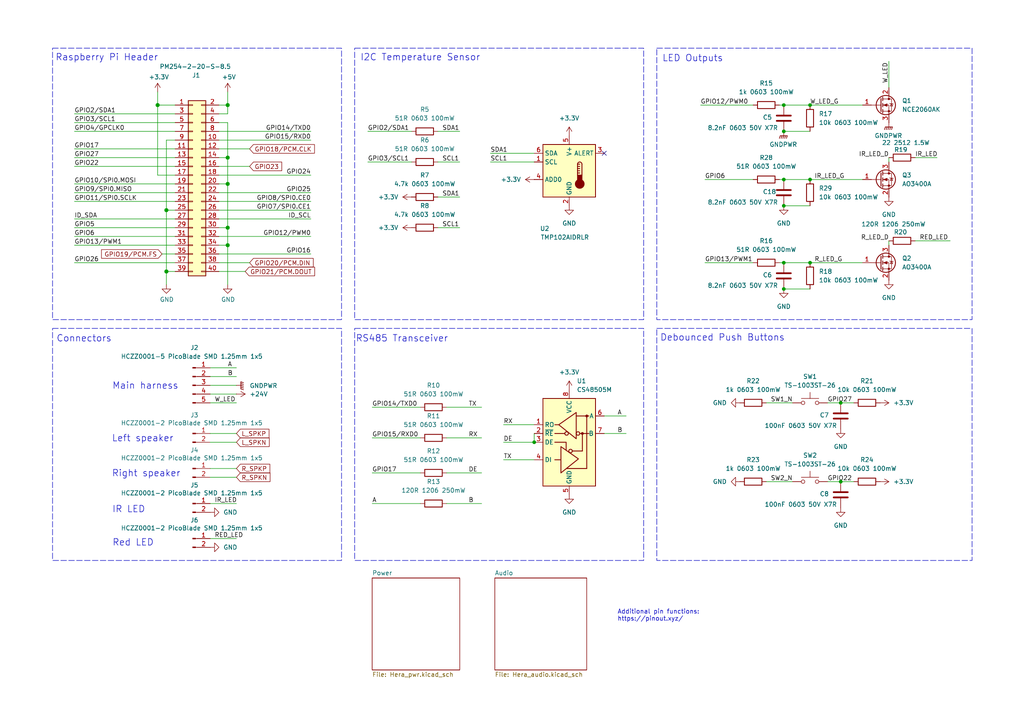
<source format=kicad_sch>
(kicad_sch (version 20231120) (generator "eeschema") (generator_version "8.0")
  (paper "A4")
  (title_block (date "15 nov 2012"))
  (lib_symbols
    (symbol "+3.3V_1" (power) (pin_numbers hide) (pin_names (offset 0) hide)
      (property "Value" "+3.3V" (at 0 3.556 0))
      (symbol "+3.3V_1_1_1"
        (pin power_in line (at 0 0 90) (length 0) (name "~") (number "1"))
      )
    )
    (symbol "+3.3V_2" (power) (pin_numbers hide) (pin_names (offset 0) hide)
      (property "Value" "+3.3V" (at 0 3.556 0))
      (symbol "+3.3V_2_1_1"
        (pin power_in line (at 0 0 90) (length 0) (name "~") (number "1"))
      )
    )
    (symbol "+3.3V_3" (power) (pin_numbers hide) (pin_names (offset 0) hide)
      (property "Value" "+3.3V" (at 0 3.556 0))
      (symbol "+3.3V_3_1_1"
        (pin power_in line (at 0 0 90) (length 0) (name "~") (number "1"))
      )
    )
    (symbol "+3.3V_5" (power) (pin_numbers hide) (pin_names (offset 0) hide)
      (property "Value" "+3.3V" (at 0 3.556 0))
      (symbol "+3.3V_5_1_1"
        (pin power_in line (at 0 0 90) (length 0) (name "~") (number "1"))
      )
    )
    (symbol "+3.3V_6" (power) (pin_numbers hide) (pin_names (offset 0) hide)
      (property "Value" "+3.3V" (at 0 3.556 0))
      (symbol "+3.3V_6_1_1"
        (pin power_in line (at 0 0 90) (length 0) (name "~") (number "1"))
      )
    )
    (symbol "+3.3V_7" (power) (pin_numbers hide) (pin_names (offset 0) hide)
      (property "Value" "+3.3V" (at 0 3.556 0))
      (symbol "+3.3V_7_1_1"
        (pin power_in line (at 0 0 90) (length 0) (name "~") (number "1"))
      )
    )
    (symbol "Connector:Conn_01x02_Pin" (pin_names (offset 1.016) hide)
      (property "Reference" "J" (at 0 2.54 0))
      (property "Value" "Conn_01x02_Pin" (at 0 -5.08 0))
      (symbol "Conn_01x02_Pin_1_1"
        (pin passive line (at 5.08 0 180) (length 3.81) (name "Pin_1") (number "1"))
        (pin passive line (at 5.08 -2.54 180) (length 3.81) (name "Pin_2") (number "2"))
      )
    )
    (symbol "Connector:Conn_01x05_Pin" (pin_names (offset 1.016) hide)
      (property "Reference" "J" (at 0 7.62 0))
      (property "Value" "Conn_01x05_Pin" (at 0 -7.62 0))
      (symbol "Conn_01x05_Pin_1_1"
        (pin passive line (at 5.08 5.08 180) (length 3.81) (name "Pin_1") (number "1"))
        (pin passive line (at 5.08 2.54 180) (length 3.81) (name "Pin_2") (number "2"))
        (pin passive line (at 5.08 0 180) (length 3.81) (name "Pin_3") (number "3"))
        (pin passive line (at 5.08 -2.54 180) (length 3.81) (name "Pin_4") (number "4"))
        (pin passive line (at 5.08 -5.08 180) (length 3.81) (name "Pin_5") (number "5"))
      )
    )
    (symbol "Connector_Generic:Conn_02x20_Odd_Even" (pin_names (offset 1.016) hide)
      (property "Reference" "J" (at 1.27 25.4 0))
      (property "Value" "Conn_02x20_Odd_Even" (at 1.27 -27.94 0))
      (symbol "Conn_02x20_Odd_Even_1_1"
        (pin passive line (at -5.08 22.86 0) (length 3.81) (name "Pin_1") (number "1"))
        (pin passive line (at 7.62 12.7 180) (length 3.81) (name "Pin_10") (number "10"))
        (pin passive line (at -5.08 10.16 0) (length 3.81) (name "Pin_11") (number "11"))
        (pin passive line (at 7.62 10.16 180) (length 3.81) (name "Pin_12") (number "12"))
        (pin passive line (at -5.08 7.62 0) (length 3.81) (name "Pin_13") (number "13"))
        (pin passive line (at 7.62 7.62 180) (length 3.81) (name "Pin_14") (number "14"))
        (pin passive line (at -5.08 5.08 0) (length 3.81) (name "Pin_15") (number "15"))
        (pin passive line (at 7.62 5.08 180) (length 3.81) (name "Pin_16") (number "16"))
        (pin passive line (at -5.08 2.54 0) (length 3.81) (name "Pin_17") (number "17"))
        (pin passive line (at 7.62 2.54 180) (length 3.81) (name "Pin_18") (number "18"))
        (pin passive line (at -5.08 0 0) (length 3.81) (name "Pin_19") (number "19"))
        (pin passive line (at 7.62 22.86 180) (length 3.81) (name "Pin_2") (number "2"))
        (pin passive line (at 7.62 0 180) (length 3.81) (name "Pin_20") (number "20"))
        (pin passive line (at -5.08 -2.54 0) (length 3.81) (name "Pin_21") (number "21"))
        (pin passive line (at 7.62 -2.54 180) (length 3.81) (name "Pin_22") (number "22"))
        (pin passive line (at -5.08 -5.08 0) (length 3.81) (name "Pin_23") (number "23"))
        (pin passive line (at 7.62 -5.08 180) (length 3.81) (name "Pin_24") (number "24"))
        (pin passive line (at -5.08 -7.62 0) (length 3.81) (name "Pin_25") (number "25"))
        (pin passive line (at 7.62 -7.62 180) (length 3.81) (name "Pin_26") (number "26"))
        (pin passive line (at -5.08 -10.16 0) (length 3.81) (name "Pin_27") (number "27"))
        (pin passive line (at 7.62 -10.16 180) (length 3.81) (name "Pin_28") (number "28"))
        (pin passive line (at -5.08 -12.7 0) (length 3.81) (name "Pin_29") (number "29"))
        (pin passive line (at -5.08 20.32 0) (length 3.81) (name "Pin_3") (number "3"))
        (pin passive line (at 7.62 -12.7 180) (length 3.81) (name "Pin_30") (number "30"))
        (pin passive line (at -5.08 -15.24 0) (length 3.81) (name "Pin_31") (number "31"))
        (pin passive line (at 7.62 -15.24 180) (length 3.81) (name "Pin_32") (number "32"))
        (pin passive line (at -5.08 -17.78 0) (length 3.81) (name "Pin_33") (number "33"))
        (pin passive line (at 7.62 -17.78 180) (length 3.81) (name "Pin_34") (number "34"))
        (pin passive line (at -5.08 -20.32 0) (length 3.81) (name "Pin_35") (number "35"))
        (pin passive line (at 7.62 -20.32 180) (length 3.81) (name "Pin_36") (number "36"))
        (pin passive line (at -5.08 -22.86 0) (length 3.81) (name "Pin_37") (number "37"))
        (pin passive line (at 7.62 -22.86 180) (length 3.81) (name "Pin_38") (number "38"))
        (pin passive line (at -5.08 -25.4 0) (length 3.81) (name "Pin_39") (number "39"))
        (pin passive line (at 7.62 20.32 180) (length 3.81) (name "Pin_4") (number "4"))
        (pin passive line (at 7.62 -25.4 180) (length 3.81) (name "Pin_40") (number "40"))
        (pin passive line (at -5.08 17.78 0) (length 3.81) (name "Pin_5") (number "5"))
        (pin passive line (at 7.62 17.78 180) (length 3.81) (name "Pin_6") (number "6"))
        (pin passive line (at -5.08 15.24 0) (length 3.81) (name "Pin_7") (number "7"))
        (pin passive line (at 7.62 15.24 180) (length 3.81) (name "Pin_8") (number "8"))
        (pin passive line (at -5.08 12.7 0) (length 3.81) (name "Pin_9") (number "9"))
      )
    )
    (symbol "Device:C" (pin_numbers hide) (pin_names (offset 0.254))
      (property "Reference" "C" (at 0.635 2.54 0))
      (property "Value" "C" (at 0.635 -2.54 0))
      (symbol "C_1_1"
        (pin passive line (at 0 3.81 270) (length 2.794) (name "~") (number "1"))
        (pin passive line (at 0 -3.81 90) (length 2.794) (name "~") (number "2"))
      )
    )
    (symbol "Device:R" (pin_numbers hide) (pin_names (offset 0))
      (property "Reference" "R" (at 2.032 0 90))
      (property "Value" "R" (at 0 0 90))
      (symbol "R_1_1"
        (pin passive line (at 0 3.81 270) (length 1.27) (name "~") (number "1"))
        (pin passive line (at 0 -3.81 90) (length 1.27) (name "~") (number "2"))
      )
    )
    (symbol "GND_1" (power) (pin_numbers hide) (pin_names (offset 0) hide)
      (property "Value" "GND" (at 0 -3.81 0))
      (symbol "GND_1_1_1"
        (pin power_in line (at 0 0 270) (length 0) (name "~") (number "1"))
      )
    )
    (symbol "GND_10" (power) (pin_numbers hide) (pin_names (offset 0) hide)
      (property "Value" "GND" (at 0 -3.81 0))
      (symbol "GND_10_1_1"
        (pin power_in line (at 0 0 270) (length 0) (name "~") (number "1"))
      )
    )
    (symbol "GND_11" (power) (pin_numbers hide) (pin_names (offset 0) hide)
      (property "Value" "GND" (at 0 -3.81 0))
      (symbol "GND_11_1_1"
        (pin power_in line (at 0 0 270) (length 0) (name "~") (number "1"))
      )
    )
    (symbol "GND_12" (power) (pin_numbers hide) (pin_names (offset 0) hide)
      (property "Value" "GND" (at 0 -3.81 0))
      (symbol "GND_12_1_1"
        (pin power_in line (at 0 0 270) (length 0) (name "~") (number "1"))
      )
    )
    (symbol "GND_13" (power) (pin_numbers hide) (pin_names (offset 0) hide)
      (property "Value" "GND" (at 0 -3.81 0))
      (symbol "GND_13_1_1"
        (pin power_in line (at 0 0 270) (length 0) (name "~") (number "1"))
      )
    )
    (symbol "GND_3" (power) (pin_numbers hide) (pin_names (offset 0) hide)
      (property "Value" "GND" (at 0 -3.81 0))
      (symbol "GND_3_1_1"
        (pin power_in line (at 0 0 270) (length 0) (name "~") (number "1"))
      )
    )
    (symbol "GND_4" (power) (pin_numbers hide) (pin_names (offset 0) hide)
      (property "Value" "GND" (at 0 -3.81 0))
      (symbol "GND_4_1_1"
        (pin power_in line (at 0 0 270) (length 0) (name "~") (number "1"))
      )
    )
    (symbol "Interface_UART:MAX3485"
      (property "Reference" "U" (at -6.985 13.97 0))
      (property "Value" "MAX3485" (at 1.905 13.97 0))
      (symbol "MAX3485_1_1"
        (pin output line (at -10.16 5.08 0) (length 2.54) (name "RO") (number "1"))
        (pin input line (at -10.16 2.54 0) (length 2.54) (name "~{RE}") (number "2"))
        (pin input line (at -10.16 0 0) (length 2.54) (name "DE") (number "3"))
        (pin input line (at -10.16 -5.08 0) (length 2.54) (name "DI") (number "4"))
        (pin power_in line (at 0 -15.24 90) (length 2.54) (name "GND") (number "5"))
        (pin bidirectional line (at 10.16 7.62 180) (length 2.54) (name "A") (number "6"))
        (pin bidirectional line (at 10.16 2.54 180) (length 2.54) (name "B") (number "7"))
        (pin power_in line (at 0 15.24 270) (length 2.54) (name "VCC") (number "8"))
      )
    )
    (symbol "Sensor_Temperature:TMP102xxDRL"
      (property "Reference" "U" (at -2.54 10.795 0))
      (property "Value" "TMP102xxDRL" (at -2.54 8.89 0))
      (symbol "TMP102xxDRL_1_1"
        (pin input line (at -10.16 2.54 0) (length 2.54) (name "SCL") (number "1"))
        (pin power_in line (at 0 -10.16 90) (length 2.54) (name "GND") (number "2"))
        (pin open_collector line (at 10.16 5.08 180) (length 2.54) (name "ALERT") (number "3"))
        (pin input line (at -10.16 -2.54 0) (length 2.54) (name "ADD0") (number "4"))
        (pin power_in line (at 0 10.16 270) (length 2.54) (name "V+") (number "5"))
        (pin bidirectional line (at -10.16 5.08 0) (length 2.54) (name "SDA") (number "6"))
      )
    )
    (symbol "Switch:SW_Push" (pin_numbers hide) (pin_names (offset 1.016) hide)
      (property "Reference" "SW" (at 1.27 2.54 0))
      (property "Value" "SW_Push" (at 0 -1.524 0))
      (symbol "SW_Push_0_1"
        (pin passive line (at -5.08 0 0) (length 2.54) (name "1") (number "1"))
        (pin passive line (at 5.08 0 180) (length 2.54) (name "2") (number "2"))
      )
    )
    (symbol "Transistor_FET:AO3400A" (pin_names hide)
      (property "Reference" "Q" (at 5.08 1.905 0))
      (property "Value" "AO3400A" (at 5.08 0 0))
      (symbol "AO3400A_1_1"
        (pin input line (at -5.08 0 0) (length 2.54) (name "G") (number "1"))
        (pin passive line (at 2.54 -5.08 90) (length 2.54) (name "S") (number "2"))
        (pin passive line (at 2.54 5.08 270) (length 2.54) (name "D") (number "3"))
      )
    )
    (symbol "Transistor_FET:STD7NK40Z" (pin_names hide)
      (property "Reference" "Q" (at 5.08 1.905 0))
      (property "Value" "STD7NK40Z" (at 5.08 0 0))
      (symbol "STD7NK40Z_1_1"
        (pin passive line (at -5.08 0 0) (length 2.54) (name "G") (number "1"))
        (pin passive line (at 2.54 5.08 270) (length 2.54) (name "D") (number "2"))
        (pin passive line (at 2.54 -5.08 90) (length 2.54) (name "S") (number "3"))
      )
    )
    (symbol "power:+24V" (power) (pin_numbers hide) (pin_names (offset 0) hide)
      (property "Value" "+24V" (at 0 3.556 0))
      (symbol "+24V_1_1"
        (pin power_in line (at 0 0 90) (length 0) (name "~") (number "1"))
      )
    )
    (symbol "power:+3.3V" (power) (pin_names (offset 0))
      (property "Value" "+3.3V" (at 0 3.556 0))
      (symbol "+3.3V_1_1"
        (pin power_in line (at 0 0 90) (length 0) hide (name "+3V3") (number "1"))
      )
    )
    (symbol "power:+5V" (power) (pin_names (offset 0))
      (property "Value" "+5V" (at 0 3.556 0))
      (symbol "+5V_1_1"
        (pin power_in line (at 0 0 90) (length 0) hide (name "+5V") (number "1"))
      )
    )
    (symbol "power:GND" (power) (pin_names (offset 0))
      (property "Value" "GND" (at 0 -3.81 0))
      (symbol "GND_1_1"
        (pin power_in line (at 0 0 270) (length 0) hide (name "GND") (number "1"))
      )
    )
    (symbol "power:GNDPWR" (power) (pin_numbers hide) (pin_names (offset 0) hide)
      (property "Value" "GNDPWR" (at 0 -3.302 0))
      (symbol "GNDPWR_1_1"
        (pin power_in line (at 0 0 270) (length 0) (name "~") (number "1"))
      )
    )
  )
  (junction (at 66.04 66.04) (diameter 1.016))
  (junction (at 45.72 30.48) (diameter 1.016))
  (junction (at 227.33 52.07))
  (junction (at 227.33 30.48))
  (junction (at 66.04 71.12) (diameter 1.016))
  (junction (at 154.94 128.27))
  (junction (at 234.95 30.48))
  (junction (at 234.95 52.07))
  (junction (at 48.26 60.96) (diameter 1.016))
  (junction (at 227.33 83.82))
  (junction (at 66.04 53.34) (diameter 1.016))
  (junction (at 66.04 45.72) (diameter 1.016))
  (junction (at 234.95 76.2))
  (junction (at 243.84 139.7))
  (junction (at 227.33 76.2))
  (junction (at 243.84 116.84))
  (junction (at 227.33 59.69))
  (junction (at 227.33 38.1))
  (junction (at 48.26 78.74) (diameter 1.016))
  (junction (at 66.04 30.48) (diameter 1.016))
  (no_connect (at 175.26 44.45))
  (wire (pts (xy 48.26 60.96) (xy 48.26 78.74)))
  (wire (pts (xy 63.5 60.96) (xy 90.17 60.96)))
  (wire (pts (xy 226.06 52.07) (xy 227.33 52.07)))
  (wire (pts (xy 50.8 43.18) (xy 21.59 43.18)))
  (wire (pts (xy 66.04 35.56) (xy 66.04 45.72)))
  (wire (pts (xy 68.58 114.3) (xy 60.96 114.3)))
  (wire (pts (xy 66.04 53.34) (xy 63.5 53.34)))
  (wire (pts (xy 107.95 127) (xy 121.92 127)))
  (wire (pts (xy 66.04 66.04) (xy 66.04 71.12)))
  (wire (pts (xy 60.96 138.43) (xy 68.58 138.43)))
  (wire (pts (xy 204.47 76.2) (xy 218.44 76.2)))
  (wire (pts (xy 257.81 69.85) (xy 257.81 71.12)))
  (wire (pts (xy 107.95 146.05) (xy 121.92 146.05)))
  (wire (pts (xy 66.04 53.34) (xy 66.04 66.04)))
  (wire (pts (xy 146.05 123.19) (xy 154.94 123.19)))
  (wire (pts (xy 240.03 116.84) (xy 243.84 116.84)))
  (wire (pts (xy 240.03 139.7) (xy 243.84 139.7)))
  (wire (pts (xy 63.5 38.1) (xy 90.17 38.1)))
  (wire (pts (xy 48.26 40.64) (xy 48.26 60.96)))
  (wire (pts (xy 257.81 45.72) (xy 257.81 46.99)))
  (wire (pts (xy 129.54 127) (xy 139.7 127)))
  (wire (pts (xy 48.26 40.64) (xy 50.8 40.64)))
  (wire (pts (xy 106.68 38.1) (xy 119.38 38.1)))
  (wire (pts (xy 63.5 58.42) (xy 90.17 58.42)))
  (wire (pts (xy 204.47 52.07) (xy 218.44 52.07)))
  (wire (pts (xy 50.8 63.5) (xy 21.59 63.5)))
  (wire (pts (xy 21.59 66.04) (xy 50.8 66.04)))
  (wire (pts (xy 127 66.04) (xy 133.35 66.04)))
  (wire (pts (xy 234.95 30.48) (xy 250.19 30.48)))
  (wire (pts (xy 234.95 52.07) (xy 250.19 52.07)))
  (wire (pts (xy 106.68 46.99) (xy 119.38 46.99)))
  (wire (pts (xy 48.26 60.96) (xy 50.8 60.96)))
  (wire (pts (xy 60.96 125.73) (xy 68.58 125.73)))
  (wire (pts (xy 227.33 30.48) (xy 234.95 30.48)))
  (wire (pts (xy 107.95 137.16) (xy 121.92 137.16)))
  (wire (pts (xy 63.5 48.26) (xy 72.39 48.26)))
  (wire (pts (xy 222.25 116.84) (xy 229.87 116.84)))
  (wire (pts (xy 63.5 78.74) (xy 71.12 78.74)))
  (wire (pts (xy 48.26 78.74) (xy 48.26 82.55)))
  (wire (pts (xy 21.59 45.72) (xy 50.8 45.72)))
  (wire (pts (xy 127 57.15) (xy 133.35 57.15)))
  (wire (pts (xy 107.95 118.11) (xy 121.92 118.11)))
  (wire (pts (xy 226.06 76.2) (xy 227.33 76.2)))
  (wire (pts (xy 45.72 26.67) (xy 45.72 30.48)))
  (wire (pts (xy 175.26 120.65) (xy 181.61 120.65)))
  (wire (pts (xy 129.54 118.11) (xy 139.7 118.11)))
  (wire (pts (xy 129.54 146.05) (xy 139.7 146.05)))
  (wire (pts (xy 66.04 71.12) (xy 63.5 71.12)))
  (wire (pts (xy 127 38.1) (xy 133.35 38.1)))
  (wire (pts (xy 21.59 35.56) (xy 50.8 35.56)))
  (wire (pts (xy 21.59 58.42) (xy 50.8 58.42)))
  (wire (pts (xy 45.72 50.8) (xy 50.8 50.8)))
  (wire (pts (xy 50.8 33.02) (xy 21.59 33.02)))
  (wire (pts (xy 227.33 76.2) (xy 234.95 76.2)))
  (wire (pts (xy 66.04 30.48) (xy 66.04 33.02)))
  (wire (pts (xy 60.96 116.84) (xy 68.58 116.84)))
  (wire (pts (xy 146.05 133.35) (xy 154.94 133.35)))
  (wire (pts (xy 66.04 45.72) (xy 66.04 53.34)))
  (wire (pts (xy 63.5 43.18) (xy 72.39 43.18)))
  (wire (pts (xy 66.04 45.72) (xy 63.5 45.72)))
  (wire (pts (xy 222.25 139.7) (xy 229.87 139.7)))
  (wire (pts (xy 60.96 106.68) (xy 68.58 106.68)))
  (wire (pts (xy 203.2 30.48) (xy 218.44 30.48)))
  (wire (pts (xy 66.04 26.67) (xy 66.04 30.48)))
  (wire (pts (xy 21.59 38.1) (xy 50.8 38.1)))
  (wire (pts (xy 66.04 30.48) (xy 63.5 30.48)))
  (wire (pts (xy 45.72 30.48) (xy 45.72 50.8)))
  (wire (pts (xy 63.5 50.8) (xy 90.17 50.8)))
  (wire (pts (xy 243.84 139.7) (xy 247.65 139.7)))
  (wire (pts (xy 63.5 40.64) (xy 90.17 40.64)))
  (wire (pts (xy 227.33 59.69) (xy 234.95 59.69)))
  (wire (pts (xy 21.59 48.26) (xy 50.8 48.26)))
  (wire (pts (xy 21.59 55.88) (xy 50.8 55.88)))
  (wire (pts (xy 60.96 109.22) (xy 68.58 109.22)))
  (wire (pts (xy 142.24 46.99) (xy 154.94 46.99)))
  (wire (pts (xy 142.24 44.45) (xy 154.94 44.45)))
  (wire (pts (xy 68.58 111.76) (xy 60.96 111.76)))
  (wire (pts (xy 21.59 68.58) (xy 50.8 68.58)))
  (wire (pts (xy 129.54 137.16) (xy 139.7 137.16)))
  (wire (pts (xy 66.04 33.02) (xy 63.5 33.02)))
  (wire (pts (xy 271.78 45.72) (xy 265.43 45.72)))
  (wire (pts (xy 46.99 73.66) (xy 50.8 73.66)))
  (wire (pts (xy 234.95 76.2) (xy 250.19 76.2)))
  (wire (pts (xy 60.96 146.05) (xy 68.58 146.05)))
  (wire (pts (xy 154.94 125.73) (xy 154.94 128.27)))
  (wire (pts (xy 63.5 73.66) (xy 90.17 73.66)))
  (wire (pts (xy 257.81 17.78) (xy 257.81 25.4)))
  (wire (pts (xy 60.96 135.89) (xy 68.58 135.89)))
  (wire (pts (xy 63.5 68.58) (xy 90.17 68.58)))
  (wire (pts (xy 48.26 78.74) (xy 50.8 78.74)))
  (wire (pts (xy 146.05 128.27) (xy 154.94 128.27)))
  (wire (pts (xy 63.5 76.2) (xy 72.39 76.2)))
  (wire (pts (xy 66.04 35.56) (xy 63.5 35.56)))
  (wire (pts (xy 21.59 76.2) (xy 50.8 76.2)))
  (wire (pts (xy 60.96 156.21) (xy 68.58 156.21)))
  (wire (pts (xy 227.33 38.1) (xy 234.95 38.1)))
  (wire (pts (xy 243.84 116.84) (xy 247.65 116.84)))
  (wire (pts (xy 66.04 71.12) (xy 66.04 82.55)))
  (wire (pts (xy 63.5 55.88) (xy 90.17 55.88)))
  (wire (pts (xy 50.8 71.12) (xy 21.59 71.12)))
  (wire (pts (xy 226.06 30.48) (xy 227.33 30.48)))
  (wire (pts (xy 66.04 66.04) (xy 63.5 66.04)))
  (wire (pts (xy 265.43 69.85) (xy 275.59 69.85)))
  (wire (pts (xy 45.72 30.48) (xy 50.8 30.48)))
  (wire (pts (xy 127 46.99) (xy 133.35 46.99)))
  (wire (pts (xy 60.96 128.27) (xy 68.58 128.27)))
  (wire (pts (xy 50.8 53.34) (xy 21.59 53.34)))
  (wire (pts (xy 227.33 52.07) (xy 234.95 52.07)))
  (wire (pts (xy 63.5 63.5) (xy 90.17 63.5)))
  (wire (pts (xy 227.33 83.82) (xy 234.95 83.82)))
  (wire (pts (xy 175.26 125.73) (xy 181.61 125.73)))
  (rectangle (start 102.87 95.25) (end 186.69 162.56) (stroke (width 0) (type dash)))
  (rectangle (start 15.24 95.25) (end 99.06 162.56) (stroke (width 0) (type dash)))
  (rectangle (start 190.5 13.97) (end 281.94 92.71) (stroke (width 0) (type dash)))
  (rectangle (start 15.24 13.97) (end 99.06 92.71) (stroke (width 0) (type dash)))
  (rectangle (start 102.87 13.97) (end 186.69 92.71) (stroke (width 0) (type dash)))
  (rectangle (start 190.5 95.25) (end 281.94 162.56) (stroke (width 0) (type dash)))
  (text "Red LED" (at 38.608 157.48 0) (effects (font (size 1.905 1.905))))
  (text "RS485 Transceiver" (at 116.586 98.298 0) (effects (font (size 1.905 1.905))))
  (text "Main harness" (at 42.164 112.014 0) (effects (font (size 1.905 1.905))))
  (text "IR LED" (at 37.338 147.828 0) (effects (font (size 1.905 1.905))))
  (text "Right speaker" (at 42.418 137.414 0) (effects (font (size 1.905 1.905))))
  (text "Left speaker" (at 41.402 127.254 0) (effects (font (size 1.905 1.905))))
  (text "LED Outputs" (at 200.914 17.018 0) (effects (font (size 1.905 1.905))))
  (text "Raspberry Pi Header" (at 30.988 16.764 0) (effects (font (size 1.905 1.905))))
  (text "Connectors" (at 24.384 98.298 0) (effects (font (size 1.905 1.905))))
  (text "I2C Temperature Sensor" (at 121.92 16.764 0) (effects (font (size 1.905 1.905))))
  (text "Debounced Push Buttons" (at 209.55 98.044 0) (effects (font (size 1.905 1.905))))
  (text "Additional pin functions:\nhttps://pinout.xyz/" (at 179.07 180.34 0) (effects (font (size 1.27 1.27)) (justify left bottom)))
  (label "ID_SDA" (at 21.59 63.5 0))
  (label "GPIO6" (at 21.59 68.58 0))
  (label "W_LED" (at 62.23 116.84 0))
  (label "GPIO12{slash}PWM0" (at 203.2 30.48 0))
  (label "A" (at 179.07 120.65 0))
  (label "RED_LED" (at 266.7 69.85 0))
  (label "B" (at 66.04 109.22 0))
  (label "DE" (at 135.89 137.16 0))
  (label "SW1_N" (at 223.52 116.84 0))
  (label "ID_SCL" (at 90.17 63.5 180))
  (label "GPIO5" (at 21.59 66.04 0))
  (label "GPIO22" (at 240.03 139.7 0))
  (label "GPIO27" (at 240.03 116.84 0))
  (label "R_LED_G" (at 236.22 76.2 0))
  (label "GPIO10{slash}SPI0.MOSI" (at 21.59 53.34 0))
  (label "A" (at 107.95 146.05 0))
  (label "GPIO9{slash}SPI0.MISO" (at 21.59 55.88 0))
  (label "RED_LED" (at 62.23 156.21 0))
  (label "SDA1" (at 128.27 38.1 0))
  (label "RX" (at 135.89 127 0))
  (label "SCL1" (at 142.24 46.99 0))
  (label "GPIO4{slash}GPCLK0" (at 21.59 38.1 0))
  (label "IR_LED_G" (at 236.22 52.07 0))
  (label "GPIO27" (at 21.59 45.72 0))
  (label "GPIO26" (at 21.59 76.2 0))
  (label "GPIO14{slash}TXD0" (at 90.17 38.1 180))
  (label "GPIO14{slash}TXD0" (at 107.95 118.11 0))
  (label "GPIO3{slash}SCL1" (at 106.68 46.99 0))
  (label "GPIO8{slash}SPI0.CE0" (at 90.17 58.42 180))
  (label "GPIO15{slash}RXD0" (at 90.17 40.64 180))
  (label "SW2_N" (at 223.52 139.7 0))
  (label "GPIO16" (at 90.17 73.66 180))
  (label "GPIO17" (at 107.95 137.16 0))
  (label "A" (at 66.04 106.68 0))
  (label "GPIO22" (at 21.59 48.26 0))
  (label "IR_LED_D" (at 257.81 45.72 180))
  (label "B" (at 179.07 125.73 0))
  (label "RX" (at 146.05 123.19 0))
  (label "GPIO2{slash}SDA1" (at 21.59 33.02 0))
  (label "DE" (at 146.05 128.27 0))
  (label "GPIO17" (at 21.59 43.18 0))
  (label "GPIO25" (at 90.17 55.88 180))
  (label "R_LED_D" (at 257.81 69.85 180))
  (label "GPIO3{slash}SCL1" (at 21.59 35.56 0))
  (label "IR_LED" (at 62.23 146.05 0))
  (label "IR_LED" (at 265.43 45.72 0))
  (label "GPIO12{slash}PWM0" (at 90.17 68.58 180))
  (label "GPIO13{slash}PWM1" (at 204.47 76.2 0))
  (label "SDA1" (at 128.27 57.15 0))
  (label "GPIO6" (at 204.47 52.07 0))
  (label "GPIO13{slash}PWM1" (at 21.59 71.12 0))
  (label "GPIO24" (at 90.17 50.8 180))
  (label "GPIO7{slash}SPI0.CE1" (at 90.17 60.96 180))
  (label "TX" (at 146.05 133.35 0))
  (label "GPIO2{slash}SDA1" (at 106.68 38.1 0))
  (label "TX" (at 135.89 118.11 0))
  (label "SDA1" (at 142.24 44.45 0))
  (label "W_LED" (at 257.81 24.13 90))
  (label "W_LED_G" (at 234.95 30.48 0))
  (label "B" (at 135.89 146.05 0))
  (label "SCL1" (at 128.27 46.99 0))
  (label "SCL1" (at 128.27 66.04 0))
  (label "GPIO11{slash}SPI0.SCLK" (at 21.59 58.42 0))
  (label "GPIO15{slash}RXD0" (at 107.95 127 0))
  (global_label "GPIO23" (shape input) (at 72.39 48.26 0) (property "Intersheetrefs" "${INTERSHEET_REFS}" (effects (hide yes))))
  (global_label "L_SPKP" (shape input) (at 68.58 125.73 0) (property "Intersheetrefs" "${INTERSHEET_REFS}" (effects (hide yes))))
  (global_label "GPIO21{slash}PCM.DOUT" (shape input) (at 71.12 78.74 0) (property "Intersheetrefs" "${INTERSHEET_REFS}" (effects (hide yes))))
  (global_label "R_SPKN" (shape input) (at 68.58 138.43 0) (property "Intersheetrefs" "${INTERSHEET_REFS}" (effects (hide yes))))
  (global_label "GPIO18{slash}PCM.CLK" (shape input) (at 72.39 43.18 0) (property "Intersheetrefs" "${INTERSHEET_REFS}" (effects (hide yes))))
  (global_label "GPIO20{slash}PCM.DIN" (shape input) (at 72.39 76.2 0) (property "Intersheetrefs" "${INTERSHEET_REFS}" (effects (hide yes))))
  (global_label "R_SPKP" (shape input) (at 68.58 135.89 0) (property "Intersheetrefs" "${INTERSHEET_REFS}" (effects (hide yes))))
  (global_label "GPIO19{slash}PCM.FS" (shape input) (at 46.99 73.66 180) (property "Intersheetrefs" "${INTERSHEET_REFS}" (effects (hide yes))))
  (global_label "L_SPKN" (shape input) (at 68.58 128.27 0) (property "Intersheetrefs" "${INTERSHEET_REFS}" (effects (hide yes))))
  (symbol (lib_id "power:+5V") (at 66.04 26.67 0) (unit 1)
    (property "Reference" "#PWR01" (effects (hide yes)))
    (property "Value" "+5V" (at 66.4083 22.3456 0))
  )
  (symbol (lib_id "power:+3.3V") (at 45.72 26.67 0) (unit 1)
    (property "Reference" "#PWR04" (effects (hide yes)))
    (property "Value" "+3.3V" (at 46.0883 22.3456 0))
  )
  (symbol (lib_id "power:GND") (at 66.04 82.55 0) (unit 1)
    (property "Reference" "#PWR02" (effects (hide yes)))
    (property "Value" "GND" (at 66.1543 86.8744 0))
  )
  (symbol (lib_id "power:GND") (at 48.26 82.55 0) (unit 1)
    (property "Reference" "#PWR03" (effects (hide yes)))
    (property "Value" "GND" (at 48.3743 86.8744 0))
  )
  (symbol (lib_id "Connector_Generic:Conn_02x20_Odd_Even") (at 55.88 53.34 0) (unit 1)
    (property "Reference" "J1" (at 56.896 21.844 0))
    (property "Value" "PM254-2-20-S-8.5" (at 56.642 19.304 0))
    (property "Footprint" "Connector_PinSocket_2.54mm:PinSocket_2x20_P2.54mm_Vertical_SMD" (effects (hide yes)))
  )
  (symbol (lib_id "power:GNDPWR") (at 257.81 35.56 0) (unit 1)
    (property "Reference" "#PWR029" (effects (hide yes)))
    (property "Value" "GNDPWR" (at 257.683 39.37 0))
    (property "Description" "Power symbol creates a global label with name \"GNDPWR\" , global ground" (effects (hide yes)))
  )
  (symbol (lib_id "Transistor_FET:AO3400A") (at 255.27 52.07 0) (unit 1)
    (property "Reference" "Q3" (at 261.62 50.7999 0) (effects (justify left)))
    (property "Value" "AO3400A" (at 261.62 53.3399 0) (effects (justify left)))
    (property "Footprint" "Package_TO_SOT_SMD:SOT-23" (effects (hide yes)))
    (property "Datasheet" "http://www.aosmd.com/pdfs/datasheet/AO3400A.pdf" (effects (hide yes)))
    (property "Description" "30V Vds, 5.7A Id, N-Channel MOSFET, SOT-23" (effects (hide yes)))
  )
  (symbol (lib_name "+3.3V_2") (lib_id "power:+3.3V") (at 165.1 39.37 0) (unit 1)
    (property "Reference" "#PWR011" (effects (hide yes)))
    (property "Value" "+3.3V" (at 165.1 34.29 0))
    (property "Description" "Power symbol creates a global label with name \"+3.3V\"" (effects (hide yes)))
  )
  (symbol (lib_id "Device:C") (at 227.33 55.88 0) (unit 1)
    (property "Reference" "C18" (at 221.234 55.626 0) (effects (justify left)))
    (property "Value" "8.2nF 0603 50V X7R" (at 205.232 58.674 0) (effects (justify left)))
    (property "Footprint" "Capacitor_SMD:C_0603_1608Metric" (effects (hide yes)))
    (property "Description" "Unpolarized capacitor" (effects (hide yes)))
  )
  (symbol (lib_name "+3.3V_3") (lib_id "power:+3.3V") (at 154.94 52.07 90) (unit 1)
    (property "Reference" "#PWR012" (effects (hide yes)))
    (property "Value" "+3.3V" (at 151.13 52.0699 90) (effects (justify left)))
    (property "Description" "Power symbol creates a global label with name \"+3.3V\"" (effects (hide yes)))
  )
  (symbol (lib_name "GND_3") (lib_id "power:GND") (at 165.1 143.51 0) (unit 1)
    (property "Reference" "#PWR06" (effects (hide yes)))
    (property "Value" "GND" (at 165.1 148.59 0))
    (property "Description" "Power symbol creates a global label with name \"GND\" , ground" (effects (hide yes)))
  )
  (symbol (lib_id "Device:R") (at 123.19 57.15 90) (unit 1)
    (property "Reference" "R7" (at 123.19 50.8 90))
    (property "Value" "4.7k 0603 100mW" (at 123.19 53.34 90))
    (property "Footprint" "Resistor_SMD:R_0603_1608Metric" (effects (hide yes)))
    (property "Description" "Resistor" (effects (hide yes)))
  )
  (symbol (lib_id "Connector:Conn_01x02_Pin") (at 55.88 156.21 0) (unit 1)
    (property "Reference" "J6" (at 56.388 150.876 0))
    (property "Value" "HCZZ0001-2 PicoBlade SMD 1.25mm 1x5" (at 55.626 153.162 0))
    (property "Footprint" "Connector_Molex:Molex_PicoBlade_53261-0271_1x02-1MP_P1.25mm_Horizontal" (effects (hide yes)))
    (property "Description" "Generic connector, single row, 01x02, script generated" (effects (hide yes)))
  )
  (symbol (lib_id "Transistor_FET:STD7NK40Z") (at 255.27 30.48 0) (unit 1)
    (property "Reference" "Q1" (at 261.62 29.2099 0) (effects (justify left)))
    (property "Value" "NCE2060AK" (at 261.62 31.7499 0) (effects (justify left)))
    (property "Footprint" "Package_TO_SOT_SMD:TO-252-2" (effects (hide yes)))
    (property "Datasheet" "https://www.lcsc.com/datasheet/lcsc_datasheet_2312011440_Wuxi-NCE-Power-Semiconductor-NCE6020AK_C108639.pdf" (effects (hide yes)))
    (property "Description" "20A Id, 60V Vds, N-Channel MOSFET, 35mOhm Ron, DPAK" (effects (hide yes)))
  )
  (symbol (lib_id "Device:R") (at 251.46 139.7 270) (unit 1)
    (property "Reference" "R24" (at 251.46 133.35 90))
    (property "Value" "10k 0603 100mW" (at 251.46 135.89 90))
    (property "Footprint" "Resistor_SMD:R_0603_1608Metric" (effects (hide yes)))
    (property "Description" "Resistor" (effects (hide yes)))
  )
  (symbol (lib_name "GND_13") (lib_id "power:GND") (at 243.84 147.32 0) (unit 1)
    (property "Reference" "#PWR037" (effects (hide yes)))
    (property "Value" "GND" (at 243.84 152.4 0))
    (property "Description" "Power symbol creates a global label with name \"GND\" , ground" (effects (hide yes)))
  )
  (symbol (lib_id "Device:R") (at 218.44 116.84 270) (unit 1)
    (property "Reference" "R22" (at 218.44 110.49 90))
    (property "Value" "1k 0603 100mW" (at 218.44 113.03 90))
    (property "Footprint" "Resistor_SMD:R_0603_1608Metric" (effects (hide yes)))
    (property "Description" "Resistor" (effects (hide yes)))
  )
  (symbol (lib_name "GND_11") (lib_id "power:GND") (at 227.33 59.69 0) (unit 1)
    (property "Reference" "#PWR054" (effects (hide yes)))
    (property "Value" "GND" (at 227.33 64.77 0))
    (property "Description" "Power symbol creates a global label with name \"GND\" , ground" (effects (hide yes)))
  )
  (symbol (lib_name "GND_13") (lib_id "power:GND") (at 243.84 124.46 0) (unit 1)
    (property "Reference" "#PWR035" (effects (hide yes)))
    (property "Value" "GND" (at 243.84 129.54 0))
    (property "Description" "Power symbol creates a global label with name \"GND\" , ground" (effects (hide yes)))
  )
  (symbol (lib_id "Device:R") (at 125.73 127 90) (unit 1)
    (property "Reference" "R11" (at 125.73 120.65 90))
    (property "Value" "51R 0603 100mW" (at 125.73 123.19 90))
    (property "Footprint" "Resistor_SMD:R_0603_1608Metric" (effects (hide yes)))
    (property "Description" "Resistor" (effects (hide yes)))
  )
  (symbol (lib_name "GND_12") (lib_id "power:GND") (at 214.63 139.7 270) (unit 1)
    (property "Reference" "#PWR036" (effects (hide yes)))
    (property "Value" "GND" (at 210.82 139.6999 90) (effects (justify right)))
    (property "Description" "Power symbol creates a global label with name \"GND\" , ground" (effects (hide yes)))
  )
  (symbol (lib_id "Device:R") (at 125.73 137.16 90) (unit 1)
    (property "Reference" "R12" (at 125.73 130.81 90))
    (property "Value" "51R 0603 100mW" (at 125.73 133.35 90))
    (property "Footprint" "Resistor_SMD:R_0603_1608Metric" (effects (hide yes)))
    (property "Description" "Resistor" (effects (hide yes)))
  )
  (symbol (lib_id "Device:R") (at 123.19 66.04 90) (unit 1)
    (property "Reference" "R8" (at 123.19 59.69 90))
    (property "Value" "4.7k 0603 100mW" (at 123.19 62.23 90))
    (property "Footprint" "Resistor_SMD:R_0603_1608Metric" (effects (hide yes)))
    (property "Description" "Resistor" (effects (hide yes)))
  )
  (symbol (lib_id "Device:C") (at 227.33 34.29 0) (unit 1)
    (property "Reference" "C5" (at 221.234 34.036 0) (effects (justify left)))
    (property "Value" "8.2nF 0603 50V X7R" (at 205.232 37.084 0) (effects (justify left)))
    (property "Footprint" "Capacitor_SMD:C_0603_1608Metric" (effects (hide yes)))
    (property "Description" "Unpolarized capacitor" (effects (hide yes)))
  )
  (symbol (lib_id "Transistor_FET:AO3400A") (at 255.27 76.2 0) (unit 1)
    (property "Reference" "Q2" (at 261.62 74.9299 0) (effects (justify left)))
    (property "Value" "AO3400A" (at 261.62 77.4699 0) (effects (justify left)))
    (property "Footprint" "Package_TO_SOT_SMD:SOT-23" (effects (hide yes)))
    (property "Datasheet" "http://www.aosmd.com/pdfs/datasheet/AO3400A.pdf" (effects (hide yes)))
    (property "Description" "30V Vds, 5.7A Id, N-Channel MOSFET, SOT-23" (effects (hide yes)))
  )
  (symbol (lib_id "Device:R") (at 234.95 55.88 180) (unit 1)
    (property "Reference" "R29" (at 237.49 54.6099 0) (effects (justify right)))
    (property "Value" "10k 0603 100mW" (at 237.49 57.1499 0) (effects (justify right)))
    (property "Footprint" "Resistor_SMD:R_0603_1608Metric" (effects (hide yes)))
    (property "Description" "Resistor" (effects (hide yes)))
  )
  (symbol (lib_name "GND_12") (lib_id "power:GND") (at 214.63 116.84 270) (unit 1)
    (property "Reference" "#PWR033" (effects (hide yes)))
    (property "Value" "GND" (at 210.82 116.8399 90) (effects (justify right)))
    (property "Description" "Power symbol creates a global label with name \"GND\" , ground" (effects (hide yes)))
  )
  (symbol (lib_name "GND_1") (lib_id "power:GND") (at 60.96 148.59 90) (unit 1)
    (property "Reference" "#PWR052" (effects (hide yes)))
    (property "Value" "GND" (at 64.77 148.5899 90) (effects (justify right)))
    (property "Description" "Power symbol creates a global label with name \"GND\" , ground" (effects (hide yes)))
  )
  (symbol (lib_id "Sensor_Temperature:TMP102xxDRL") (at 165.1 49.53 0) (unit 1)
    (property "Reference" "U2" (at 157.988 66.294 0))
    (property "Value" "TMP102AIDRLR" (at 163.83 68.834 0))
    (property "Footprint" "Package_TO_SOT_SMD:SOT-563" (effects (hide yes)))
    (property "Datasheet" "https://www.ti.com/lit/ds/symlink/tmp102.pdf" (effects (hide yes)))
    (property "Description" "Digital Temperature Sensor, +/- 3 °C, low-Power, SMBus, 12 bit, Two-Wire Serial Interface, SOT-563" (effects (hide yes)))
  )
  (symbol (lib_id "Switch:SW_Push") (at 234.95 139.7 0) (unit 1)
    (property "Reference" "SW2" (at 234.95 132.08 0))
    (property "Value" "TS-1003ST-26" (at 234.95 134.62 0))
    (property "Footprint" "Button_Switch_SMD:SW_Push_1P1T_NO_CK_PTS125Sx43PSMTR" (effects (hide yes)))
    (property "Datasheet" "https://www.lcsc.com/datasheet/lcsc_datasheet_1912111437_XUNPU-TS-1003ST-26_C455234.pdf" (effects (hide yes)))
    (property "Description" "Push button switch, generic, two pins" (effects (hide yes)))
  )
  (symbol (lib_id "Device:R") (at 218.44 139.7 270) (unit 1)
    (property "Reference" "R23" (at 218.44 133.35 90))
    (property "Value" "1k 0603 100mW" (at 218.44 135.89 90))
    (property "Footprint" "Resistor_SMD:R_0603_1608Metric" (effects (hide yes)))
    (property "Description" "Resistor" (effects (hide yes)))
  )
  (symbol (lib_id "Interface_UART:MAX3485") (at 165.1 128.27 0) (unit 1)
    (property "Reference" "U1" (at 167.2941 110.49 0) (effects (justify left)))
    (property "Value" "CS48505M" (at 167.2941 113.03 0) (effects (justify left)))
    (property "Footprint" "Package_SO:MSOP-8_3x3mm_P0.65mm" (effects (hide yes)))
    (property "Datasheet" "https://e.chipanalog.com/Public/Uploads/uploadfile/files/20250106/CS485xxdatasheetVersion1.03en20240429.pdf" (effects (hide yes)))
    (property "Description" "0.5 Mbps RS-485/422 3~5V Transceiver" (effects (hide yes)))
  )
  (symbol (lib_id "Connector:Conn_01x02_Pin") (at 55.88 125.73 0) (unit 1)
    (property "Reference" "J3" (at 56.388 120.396 0))
    (property "Value" "HCZZ0001-2 PicoBlade SMD 1.25mm 1x5" (at 55.626 122.682 0))
    (property "Footprint" "Connector_Molex:Molex_PicoBlade_53261-0271_1x02-1MP_P1.25mm_Horizontal" (effects (hide yes)))
    (property "Description" "Generic connector, single row, 01x02, script generated" (effects (hide yes)))
  )
  (symbol (lib_name "GND_11") (lib_id "power:GND") (at 227.33 83.82 0) (unit 1)
    (property "Reference" "#PWR032" (effects (hide yes)))
    (property "Value" "GND" (at 227.33 88.9 0))
    (property "Description" "Power symbol creates a global label with name \"GND\" , ground" (effects (hide yes)))
  )
  (symbol (lib_name "+3.3V_5") (lib_id "power:+3.3V") (at 119.38 57.15 90) (unit 1)
    (property "Reference" "#PWR022" (effects (hide yes)))
    (property "Value" "+3.3V" (at 115.57 57.1499 90) (effects (justify left)))
    (property "Description" "Power symbol creates a global label with name \"+3.3V\"" (effects (hide yes)))
  )
  (symbol (lib_id "Connector:Conn_01x05_Pin") (at 55.88 111.76 0) (unit 1)
    (property "Reference" "J2" (at 56.388 100.838 0))
    (property "Value" "HCZZ0001-5 PicoBlade SMD 1.25mm 1x5" (at 55.626 103.378 0))
    (property "Footprint" "Connector_Molex:Molex_PicoBlade_53261-0571_1x05-1MP_P1.25mm_Horizontal" (effects (hide yes)))
    (property "Description" "Generic connector, single row, 01x05, script generated" (effects (hide yes)))
  )
  (symbol (lib_id "Connector:Conn_01x02_Pin") (at 55.88 146.05 0) (unit 1)
    (property "Reference" "J5" (at 56.388 140.716 0))
    (property "Value" "HCZZ0001-2 PicoBlade SMD 1.25mm 1x5" (at 55.626 143.002 0))
    (property "Footprint" "Connector_Molex:Molex_PicoBlade_53261-0271_1x02-1MP_P1.25mm_Horizontal" (effects (hide yes)))
    (property "Description" "Generic connector, single row, 01x02, script generated" (effects (hide yes)))
  )
  (symbol (lib_id "power:GNDPWR") (at 227.33 38.1 0) (unit 1)
    (property "Reference" "#PWR031" (effects (hide yes)))
    (property "Value" "GNDPWR" (at 227.203 41.91 0))
    (property "Description" "Power symbol creates a global label with name \"GNDPWR\" , global ground" (effects (hide yes)))
  )
  (symbol (lib_name "GND_1") (lib_id "power:GND") (at 60.96 158.75 90) (unit 1)
    (property "Reference" "#PWR053" (effects (hide yes)))
    (property "Value" "GND" (at 64.77 158.7499 90) (effects (justify right)))
    (property "Description" "Power symbol creates a global label with name \"GND\" , ground" (effects (hide yes)))
  )
  (symbol (lib_id "Device:R") (at 125.73 146.05 90) (unit 1)
    (property "Reference" "R13" (at 125.73 139.7 90))
    (property "Value" "120R 1206 250mW" (at 125.73 142.24 90))
    (property "Footprint" "Resistor_SMD:R_1206_3216Metric" (effects (hide yes)))
    (property "Description" "Resistor" (effects (hide yes)))
  )
  (symbol (lib_id "Connector:Conn_01x02_Pin") (at 55.88 135.89 0) (unit 1)
    (property "Reference" "J4" (at 56.388 130.556 0))
    (property "Value" "HCZZ0001-2 PicoBlade SMD 1.25mm 1x5" (at 55.626 132.842 0))
    (property "Footprint" "Connector_Molex:Molex_PicoBlade_53261-0271_1x02-1MP_P1.25mm_Horizontal" (effects (hide yes)))
    (property "Description" "Generic connector, single row, 01x02, script generated" (effects (hide yes)))
  )
  (symbol (lib_name "GND_4") (lib_id "power:GND") (at 165.1 59.69 0) (unit 1)
    (property "Reference" "#PWR013" (effects (hide yes)))
    (property "Value" "GND" (at 165.1 64.77 0))
    (property "Description" "Power symbol creates a global label with name \"GND\" , ground" (effects (hide yes)))
  )
  (symbol (lib_id "Switch:SW_Push") (at 234.95 116.84 0) (unit 1)
    (property "Reference" "SW1" (at 234.95 109.22 0))
    (property "Value" "TS-1003ST-26" (at 234.95 111.76 0))
    (property "Footprint" "Button_Switch_SMD:SW_Push_1P1T_NO_CK_PTS125Sx43PSMTR" (effects (hide yes)))
    (property "Datasheet" "https://www.lcsc.com/datasheet/lcsc_datasheet_1912111437_XUNPU-TS-1003ST-26_C455234.pdf" (effects (hide yes)))
    (property "Description" "Push button switch, generic, two pins" (effects (hide yes)))
  )
  (symbol (lib_id "Device:R") (at 234.95 34.29 180) (unit 1)
    (property "Reference" "R17" (at 237.49 33.0199 0) (effects (justify right)))
    (property "Value" "10k 0603 100mW" (at 237.49 35.5599 0) (effects (justify right)))
    (property "Footprint" "Resistor_SMD:R_0603_1608Metric" (effects (hide yes)))
    (property "Description" "Resistor" (effects (hide yes)))
  )
  (symbol (lib_name "+3.3V_1") (lib_id "power:+3.3V") (at 165.1 113.03 0) (unit 1)
    (property "Reference" "#PWR05" (effects (hide yes)))
    (property "Value" "+3.3V" (at 165.1 107.95 0))
    (property "Description" "Power symbol creates a global label with name \"+3.3V\"" (effects (hide yes)))
  )
  (symbol (lib_id "Device:C") (at 227.33 80.01 0) (unit 1)
    (property "Reference" "C6" (at 221.234 79.756 0) (effects (justify left)))
    (property "Value" "8.2nF 0603 50V X7R" (at 205.232 82.804 0) (effects (justify left)))
    (property "Footprint" "Capacitor_SMD:C_0603_1608Metric" (effects (hide yes)))
    (property "Description" "Unpolarized capacitor" (effects (hide yes)))
  )
  (symbol (lib_id "Device:R") (at 222.25 76.2 90) (unit 1)
    (property "Reference" "R16" (at 222.25 69.85 90))
    (property "Value" "51R 0603 100mW" (at 222.25 72.39 90))
    (property "Footprint" "Resistor_SMD:R_0603_1608Metric" (effects (hide yes)))
    (property "Description" "Resistor" (effects (hide yes)))
  )
  (symbol (lib_id "Device:R") (at 123.19 46.99 90) (unit 1)
    (property "Reference" "R6" (at 123.19 40.64 90))
    (property "Value" "51R 0603 100mW" (at 123.19 43.18 90))
    (property "Footprint" "Resistor_SMD:R_0603_1608Metric" (effects (hide yes)))
    (property "Description" "Resistor" (effects (hide yes)))
  )
  (symbol (lib_id "Device:R") (at 251.46 116.84 270) (unit 1)
    (property "Reference" "R21" (at 251.46 110.49 90))
    (property "Value" "10k 0603 100mW" (at 251.46 113.03 90))
    (property "Footprint" "Resistor_SMD:R_0603_1608Metric" (effects (hide yes)))
    (property "Description" "Resistor" (effects (hide yes)))
  )
  (symbol (lib_id "Device:R") (at 125.73 118.11 90) (unit 1)
    (property "Reference" "R10" (at 125.73 111.76 90))
    (property "Value" "51R 0603 100mW" (at 125.73 114.3 90))
    (property "Footprint" "Resistor_SMD:R_0603_1608Metric" (effects (hide yes)))
    (property "Description" "Resistor" (effects (hide yes)))
  )
  (symbol (lib_id "Device:R") (at 222.25 30.48 90) (unit 1)
    (property "Reference" "R15" (at 222.25 24.13 90))
    (property "Value" "1k 0603 100mW" (at 222.25 26.67 90))
    (property "Footprint" "Resistor_SMD:R_0603_1608Metric" (effects (hide yes)))
    (property "Description" "Resistor" (effects (hide yes)))
  )
  (symbol (lib_id "Device:R") (at 261.62 45.72 90) (unit 1)
    (property "Reference" "R19" (at 259.334 43.434 90) (effects (justify right)))
    (property "Value" "22 2512 1.5W" (at 255.778 41.402 90) (effects (justify right)))
    (property "Footprint" "Resistor_SMD:R_2512_6332Metric" (effects (hide yes)))
    (property "Description" "Resistor" (effects (hide yes)))
  )
  (symbol (lib_id "power:GNDPWR") (at 68.58 111.76 90) (unit 1)
    (property "Reference" "#PWR051" (effects (hide yes)))
    (property "Value" "GNDPWR" (at 72.39 111.8869 90) (effects (justify right)))
    (property "Description" "Power symbol creates a global label with name \"GNDPWR\" , global ground" (effects (hide yes)))
  )
  (symbol (lib_name "+3.3V_7") (lib_id "power:+3.3V") (at 255.27 139.7 270) (unit 1)
    (property "Reference" "#PWR038" (effects (hide yes)))
    (property "Value" "+3.3V" (at 259.08 139.6999 90) (effects (justify left)))
    (property "Description" "Power symbol creates a global label with name \"+3.3V\"" (effects (hide yes)))
  )
  (symbol (lib_id "Device:R") (at 234.95 80.01 180) (unit 1)
    (property "Reference" "R18" (at 237.49 78.7399 0) (effects (justify right)))
    (property "Value" "10k 0603 100mW" (at 237.49 81.2799 0) (effects (justify right)))
    (property "Footprint" "Resistor_SMD:R_0603_1608Metric" (effects (hide yes)))
    (property "Description" "Resistor" (effects (hide yes)))
  )
  (symbol (lib_id "Device:R") (at 123.19 38.1 90) (unit 1)
    (property "Reference" "R5" (at 123.19 31.75 90))
    (property "Value" "51R 0603 100mW" (at 123.19 34.29 90))
    (property "Footprint" "Resistor_SMD:R_0603_1608Metric" (effects (hide yes)))
    (property "Description" "Resistor" (effects (hide yes)))
  )
  (symbol (lib_name "GND_10") (lib_id "power:GND") (at 257.81 57.15 0) (unit 1)
    (property "Reference" "#PWR055" (effects (hide yes)))
    (property "Value" "GND" (at 257.81 62.23 0))
    (property "Description" "Power symbol creates a global label with name \"GND\" , ground" (effects (hide yes)))
  )
  (symbol (lib_id "power:+24V") (at 68.58 114.3 270) (unit 1)
    (property "Reference" "#PWR050" (effects (hide yes)))
    (property "Value" "+24V" (at 72.39 114.2999 90) (effects (justify left)))
    (property "Description" "Power symbol creates a global label with name \"+24V\"" (effects (hide yes)))
  )
  (symbol (lib_id "Device:R") (at 222.25 52.07 90) (unit 1)
    (property "Reference" "R28" (at 222.25 45.72 90))
    (property "Value" "51R 0603 100mW" (at 222.25 48.26 90))
    (property "Footprint" "Resistor_SMD:R_0603_1608Metric" (effects (hide yes)))
    (property "Description" "Resistor" (effects (hide yes)))
  )
  (symbol (lib_id "Device:R") (at 261.62 69.85 90) (unit 1)
    (property "Reference" "R20" (at 263.144 67.31 90) (effects (justify left)))
    (property "Value" "120R 1206 250mW" (at 268.478 65.024 90) (effects (justify left)))
    (property "Footprint" "Resistor_SMD:R_1206_3216Metric" (effects (hide yes)))
    (property "Description" "Resistor" (effects (hide yes)))
  )
  (symbol (lib_name "+3.3V_7") (lib_id "power:+3.3V") (at 255.27 116.84 270) (unit 1)
    (property "Reference" "#PWR034" (effects (hide yes)))
    (property "Value" "+3.3V" (at 259.08 116.8399 90) (effects (justify left)))
    (property "Description" "Power symbol creates a global label with name \"+3.3V\"" (effects (hide yes)))
  )
  (symbol (lib_name "GND_10") (lib_id "power:GND") (at 257.81 81.28 0) (unit 1)
    (property "Reference" "#PWR030" (effects (hide yes)))
    (property "Value" "GND" (at 257.81 86.36 0))
    (property "Description" "Power symbol creates a global label with name \"GND\" , ground" (effects (hide yes)))
  )
  (symbol (lib_id "Device:C") (at 243.84 120.65 0) (unit 1)
    (property "Reference" "C7" (at 237.744 120.396 0) (effects (justify left)))
    (property "Value" "100nF 0603 50V X7R" (at 221.742 123.444 0) (effects (justify left)))
    (property "Footprint" "Capacitor_SMD:C_0603_1608Metric" (effects (hide yes)))
    (property "Description" "Unpolarized capacitor" (effects (hide yes)))
  )
  (symbol (lib_id "Device:C") (at 243.84 143.51 0) (unit 1)
    (property "Reference" "C8" (at 237.744 143.256 0) (effects (justify left)))
    (property "Value" "100nF 0603 50V X7R" (at 221.742 146.304 0) (effects (justify left)))
    (property "Footprint" "Capacitor_SMD:C_0603_1608Metric" (effects (hide yes)))
    (property "Description" "Unpolarized capacitor" (effects (hide yes)))
  )
  (symbol (lib_name "+3.3V_6") (lib_id "power:+3.3V") (at 119.38 66.04 90) (unit 1)
    (property "Reference" "#PWR023" (effects (hide yes)))
    (property "Value" "+3.3V" (at 115.57 66.0399 90) (effects (justify left)))
    (property "Description" "Power symbol creates a global label with name \"+3.3V\"" (effects (hide yes)))
  )
  (sheet (at 143.51 167.64) (size 26.67 26.67) (stroke (width 0.1524))
    (property "Sheetname" "Audio" (at 143.51 166.9284 0) (effects (justify left bottom)))
    (property "Sheetfile" "Hera_audio.kicad_sch" (at 143.51 194.8946 0) (effects (justify left top)))
  )
  (sheet (at 107.95 167.64) (size 25.4 26.67) (stroke (width 0.1524))
    (property "Sheetname" "Power" (at 107.95 166.9284 0) (effects (justify left bottom)))
    (property "Sheetfile" "Hera_pwr.kicad_sch" (at 107.95 194.8946 0) (effects (justify left top)))
  )
)
</source>
